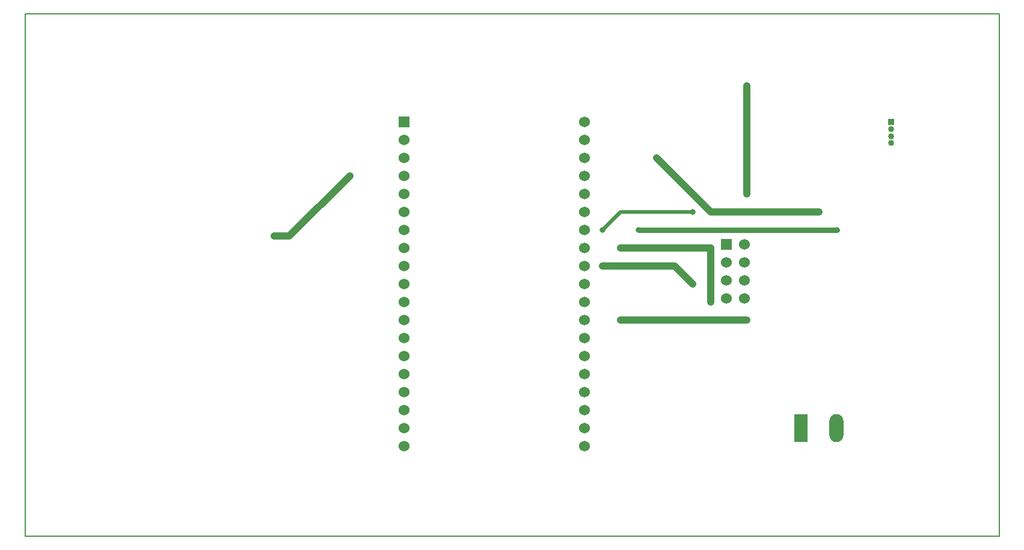
<source format=gbr>
%TF.GenerationSoftware,KiCad,Pcbnew,(6.0.4)*%
%TF.CreationDate,2023-05-23T16:29:30+02:00*%
%TF.ProjectId,OpenDTU_9400_NRF24_DM4DS_v1,4f70656e-4454-4555-9f39-3430305f4e52,rev?*%
%TF.SameCoordinates,Original*%
%TF.FileFunction,Copper,L2,Bot*%
%TF.FilePolarity,Positive*%
%FSLAX46Y46*%
G04 Gerber Fmt 4.6, Leading zero omitted, Abs format (unit mm)*
G04 Created by KiCad (PCBNEW (6.0.4)) date 2023-05-23 16:29:30*
%MOMM*%
%LPD*%
G01*
G04 APERTURE LIST*
%TA.AperFunction,NonConductor*%
%ADD10C,0.200000*%
%TD*%
%TA.AperFunction,ComponentPad*%
%ADD11R,1.980000X3.960000*%
%TD*%
%TA.AperFunction,ComponentPad*%
%ADD12O,1.980000X3.960000*%
%TD*%
%TA.AperFunction,ComponentPad*%
%ADD13O,0.850000X0.850000*%
%TD*%
%TA.AperFunction,ComponentPad*%
%ADD14R,0.850000X0.850000*%
%TD*%
%TA.AperFunction,ComponentPad*%
%ADD15R,1.530000X1.530000*%
%TD*%
%TA.AperFunction,ComponentPad*%
%ADD16C,1.530000*%
%TD*%
%TA.AperFunction,ComponentPad*%
%ADD17R,1.524000X1.524000*%
%TD*%
%TA.AperFunction,ComponentPad*%
%ADD18C,1.524000*%
%TD*%
%TA.AperFunction,ViaPad*%
%ADD19C,0.800000*%
%TD*%
%TA.AperFunction,Conductor*%
%ADD20C,0.500000*%
%TD*%
%TA.AperFunction,Conductor*%
%ADD21C,1.000000*%
%TD*%
%TA.AperFunction,Conductor*%
%ADD22C,0.750000*%
%TD*%
G04 APERTURE END LIST*
D10*
X50800000Y-116840000D02*
X187960000Y-116840000D01*
X187960000Y-116840000D02*
X187960000Y-43180000D01*
X187960000Y-43180000D02*
X50800000Y-43180000D01*
X50800000Y-43180000D02*
X50800000Y-116840000D01*
D11*
%TO.P,REF\u002A\u002A,1*%
%TO.N,GND*%
X160020000Y-101600000D03*
D12*
%TO.P,REF\u002A\u002A,2*%
%TO.N,5V*%
X165020000Y-101600000D03*
%TD*%
D13*
%TO.P,REF\u002A\u002A,4*%
%TO.N,N/C*%
X172720000Y-61420000D03*
%TO.P,REF\u002A\u002A,3*%
X172720000Y-60420000D03*
%TO.P,REF\u002A\u002A,2*%
%TO.N,3v3*%
X172720000Y-59420000D03*
D14*
%TO.P,REF\u002A\u002A,1*%
%TO.N,GND*%
X172720000Y-58420000D03*
%TD*%
D15*
%TO.P,REF\u002A\u002A,1*%
%TO.N,3v3*%
X104140000Y-58430000D03*
D16*
%TO.P,REF\u002A\u002A,2*%
%TO.N,N/C*%
X104140000Y-60970000D03*
%TO.P,REF\u002A\u002A,3*%
X104140000Y-63510000D03*
%TO.P,REF\u002A\u002A,4*%
X104140000Y-66050000D03*
%TO.P,REF\u002A\u002A,5*%
X104140000Y-68590000D03*
%TO.P,REF\u002A\u002A,6*%
X104140000Y-71130000D03*
%TO.P,REF\u002A\u002A,7*%
X104140000Y-73670000D03*
%TO.P,REF\u002A\u002A,8*%
X104140000Y-76210000D03*
%TO.P,REF\u002A\u002A,9*%
X104140000Y-78750000D03*
%TO.P,REF\u002A\u002A,10*%
X104140000Y-81290000D03*
%TO.P,REF\u002A\u002A,11*%
X104140000Y-83830000D03*
%TO.P,REF\u002A\u002A,12*%
X104140000Y-86370000D03*
%TO.P,REF\u002A\u002A,13*%
X104140000Y-88910000D03*
%TO.P,REF\u002A\u002A,14*%
%TO.N,GND*%
X104140000Y-91450000D03*
%TO.P,REF\u002A\u002A,15*%
%TO.N,N/C*%
X104140000Y-93990000D03*
%TO.P,REF\u002A\u002A,16*%
X104140000Y-96530000D03*
%TO.P,REF\u002A\u002A,17*%
X104140000Y-99070000D03*
%TO.P,REF\u002A\u002A,18*%
%TO.N,GND*%
X104140000Y-101610000D03*
%TO.P,REF\u002A\u002A,19*%
%TO.N,5V*%
X104140000Y-104150000D03*
%TO.P,REF\u002A\u002A,20*%
%TO.N,N/C*%
X129540000Y-104150000D03*
%TO.P,REF\u002A\u002A,21*%
X129540000Y-101610000D03*
%TO.P,REF\u002A\u002A,22*%
X129540000Y-99070000D03*
%TO.P,REF\u002A\u002A,23*%
X129540000Y-96530000D03*
%TO.P,REF\u002A\u002A,24*%
X129540000Y-93990000D03*
%TO.P,REF\u002A\u002A,25*%
X129540000Y-91450000D03*
%TO.P,REF\u002A\u002A,26*%
X129540000Y-88910000D03*
%TO.P,REF\u002A\u002A,27*%
X129540000Y-86370000D03*
%TO.P,REF\u002A\u002A,28*%
X129540000Y-83830000D03*
%TO.P,REF\u002A\u002A,29*%
X129540000Y-81290000D03*
%TO.P,REF\u002A\u002A,30*%
X129540000Y-78750000D03*
%TO.P,REF\u002A\u002A,31*%
X129540000Y-76210000D03*
%TO.P,REF\u002A\u002A,32*%
%TO.N,GND*%
X129540000Y-73670000D03*
%TO.P,REF\u002A\u002A,33*%
%TO.N,N/C*%
X129540000Y-71130000D03*
%TO.P,REF\u002A\u002A,34*%
X129540000Y-68590000D03*
%TO.P,REF\u002A\u002A,35*%
X129540000Y-66050000D03*
%TO.P,REF\u002A\u002A,36*%
X129540000Y-63510000D03*
%TO.P,REF\u002A\u002A,37*%
X129540000Y-60970000D03*
%TO.P,REF\u002A\u002A,38*%
%TO.N,GND*%
X129540000Y-58430000D03*
%TD*%
D17*
%TO.P,REF\u002A\u002A,1*%
%TO.N,GND*%
X149560000Y-75655000D03*
D18*
%TO.P,REF\u002A\u002A,2*%
%TO.N,3v3*%
X152100000Y-75655000D03*
%TO.P,REF\u002A\u002A,3*%
%TO.N,N/C*%
X149560000Y-78195000D03*
%TO.P,REF\u002A\u002A,4*%
X152100000Y-78195000D03*
%TO.P,REF\u002A\u002A,5*%
X149560000Y-80735000D03*
%TO.P,REF\u002A\u002A,6*%
X152100000Y-80735000D03*
%TO.P,REF\u002A\u002A,7*%
X149560000Y-83275000D03*
%TO.P,REF\u002A\u002A,8*%
X152100000Y-83275000D03*
%TD*%
D19*
%TO.N,GND*%
X144780000Y-71120000D03*
X132080000Y-73660000D03*
%TO.N,3v3*%
X152400000Y-53340000D03*
X152400000Y-68580000D03*
X96520000Y-66040000D03*
X85900092Y-74545950D03*
%TO.N,*%
X165100000Y-73660000D03*
X137160000Y-73660000D03*
X139700000Y-63500000D03*
X162560000Y-71120000D03*
X147320000Y-83820000D03*
X134620000Y-76200000D03*
X144780000Y-81280000D03*
X132080000Y-78740000D03*
X152400000Y-86360000D03*
X134620000Y-86360000D03*
%TD*%
D20*
%TO.N,GND*%
X132080000Y-73660000D02*
X134620000Y-71120000D01*
X134620000Y-71120000D02*
X144780000Y-71120000D01*
D21*
%TO.N,3v3*%
X152400000Y-68580000D02*
X152400000Y-53340000D01*
X88014050Y-74545950D02*
X96520000Y-66040000D01*
X85900092Y-74545950D02*
X88014050Y-74545950D01*
D22*
%TO.N,*%
X137160000Y-73660000D02*
X165100000Y-73660000D01*
D21*
X147320000Y-71120000D02*
X139700000Y-63500000D01*
X162560000Y-71120000D02*
X147320000Y-71120000D01*
X147320000Y-76200000D02*
X147320000Y-83820000D01*
X147320000Y-76200000D02*
X134620000Y-76200000D01*
X142240000Y-78740000D02*
X144780000Y-81280000D01*
X132080000Y-78740000D02*
X142240000Y-78740000D01*
X134620000Y-86360000D02*
X152400000Y-86360000D01*
%TD*%
M02*

</source>
